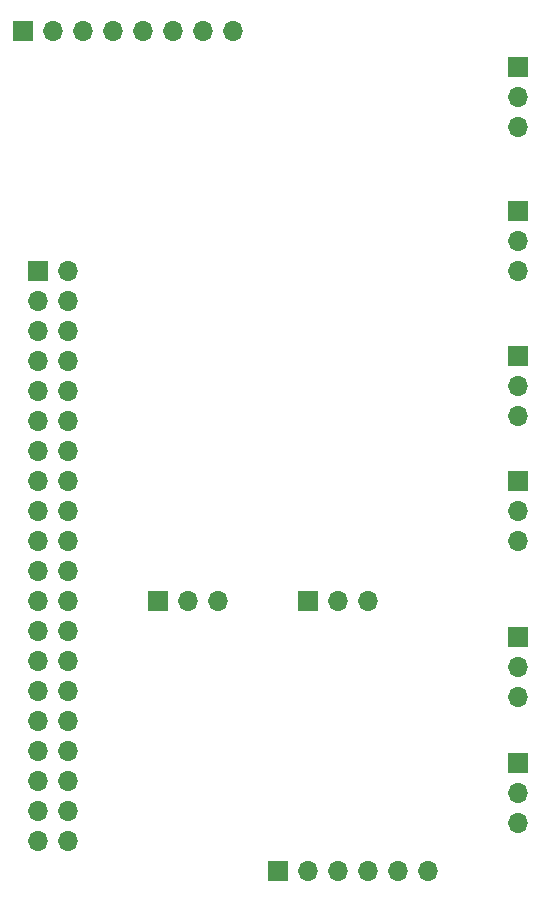
<source format=gbs>
%TF.GenerationSoftware,KiCad,Pcbnew,7.0.1-0*%
%TF.CreationDate,2024-03-21T16:56:53-04:00*%
%TF.ProjectId,pihat,70696861-742e-46b6-9963-61645f706362,rev?*%
%TF.SameCoordinates,Original*%
%TF.FileFunction,Soldermask,Bot*%
%TF.FilePolarity,Negative*%
%FSLAX46Y46*%
G04 Gerber Fmt 4.6, Leading zero omitted, Abs format (unit mm)*
G04 Created by KiCad (PCBNEW 7.0.1-0) date 2024-03-21 16:56:53*
%MOMM*%
%LPD*%
G01*
G04 APERTURE LIST*
%ADD10R,1.700000X1.700000*%
%ADD11O,1.700000X1.700000*%
G04 APERTURE END LIST*
D10*
%TO.C,J6*%
X101600000Y-120396000D03*
D11*
X101600000Y-122936000D03*
X101600000Y-125476000D03*
%TD*%
D10*
%TO.C,U2*%
X71120000Y-106680000D03*
D11*
X73660000Y-106680000D03*
X76200000Y-106680000D03*
%TD*%
D10*
%TO.C,J2*%
X101600000Y-73660000D03*
D11*
X101600000Y-76200000D03*
X101600000Y-78740000D03*
%TD*%
D10*
%TO.C,J8*%
X81280000Y-129540000D03*
D11*
X83820000Y-129540000D03*
X86360000Y-129540000D03*
X88900000Y-129540000D03*
X91440000Y-129540000D03*
X93980000Y-129540000D03*
%TD*%
D10*
%TO.C,J7*%
X101600000Y-109728000D03*
D11*
X101600000Y-112268000D03*
X101600000Y-114808000D03*
%TD*%
D10*
%TO.C,J9*%
X59705000Y-58420000D03*
D11*
X62245000Y-58420000D03*
X64785000Y-58420000D03*
X67325000Y-58420000D03*
X69865000Y-58420000D03*
X72405000Y-58420000D03*
X74945000Y-58420000D03*
X77485000Y-58420000D03*
%TD*%
D10*
%TO.C,J5*%
X101600000Y-85867000D03*
D11*
X101600000Y-88407000D03*
X101600000Y-90947000D03*
%TD*%
D10*
%TO.C,J3*%
X101600000Y-61468000D03*
D11*
X101600000Y-64008000D03*
X101600000Y-66548000D03*
%TD*%
D10*
%TO.C,U3*%
X83820000Y-106680000D03*
D11*
X86360000Y-106680000D03*
X88900000Y-106680000D03*
%TD*%
D10*
%TO.C,J4*%
X101600000Y-96520000D03*
D11*
X101600000Y-99060000D03*
X101600000Y-101600000D03*
%TD*%
D10*
%TO.C,J1*%
X60960000Y-78740000D03*
D11*
X63500000Y-78740000D03*
X60960000Y-81280000D03*
X63500000Y-81280000D03*
X60960000Y-83820000D03*
X63500000Y-83820000D03*
X60960000Y-86360000D03*
X63500000Y-86360000D03*
X60960000Y-88900000D03*
X63500000Y-88900000D03*
X60960000Y-91440000D03*
X63500000Y-91440000D03*
X60960000Y-93980000D03*
X63500000Y-93980000D03*
X60960000Y-96520000D03*
X63500000Y-96520000D03*
X60960000Y-99060000D03*
X63500000Y-99060000D03*
X60960000Y-101600000D03*
X63500000Y-101600000D03*
X60960000Y-104140000D03*
X63500000Y-104140000D03*
X60960000Y-106680000D03*
X63500000Y-106680000D03*
X60960000Y-109220000D03*
X63500000Y-109220000D03*
X60960000Y-111760000D03*
X63500000Y-111760000D03*
X60960000Y-114300000D03*
X63500000Y-114300000D03*
X60960000Y-116840000D03*
X63500000Y-116840000D03*
X60960000Y-119380000D03*
X63500000Y-119380000D03*
X60960000Y-121920000D03*
X63500000Y-121920000D03*
X60960000Y-124460000D03*
X63500000Y-124460000D03*
X60960000Y-127000000D03*
X63500000Y-127000000D03*
%TD*%
M02*

</source>
